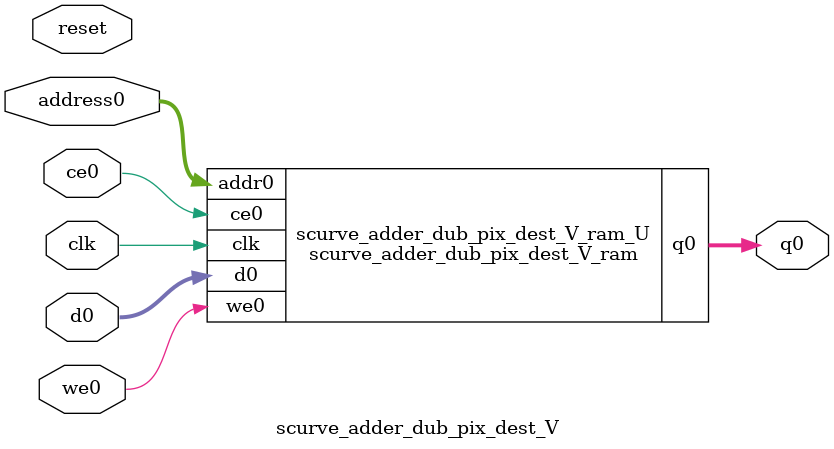
<source format=v>

`timescale 1 ns / 1 ps
module scurve_adder_dub_pix_dest_V_ram (addr0, ce0, d0, we0, q0,  clk);

parameter DWIDTH = 6;
parameter AWIDTH = 3;
parameter MEM_SIZE = 8;

input[AWIDTH-1:0] addr0;
input ce0;
input[DWIDTH-1:0] d0;
input we0;
output reg[DWIDTH-1:0] q0;
input clk;

(* ram_style = "distributed" *)reg [DWIDTH-1:0] ram[MEM_SIZE-1:0];




always @(posedge clk)  
begin 
    if (ce0) 
    begin
        if (we0) 
        begin 
            ram[addr0] <= d0; 
            q0 <= d0;
        end 
        else 
            q0 <= ram[addr0];
    end
end


endmodule


`timescale 1 ns / 1 ps
module scurve_adder_dub_pix_dest_V(
    reset,
    clk,
    address0,
    ce0,
    we0,
    d0,
    q0);

parameter DataWidth = 32'd6;
parameter AddressRange = 32'd8;
parameter AddressWidth = 32'd3;
input reset;
input clk;
input[AddressWidth - 1:0] address0;
input ce0;
input we0;
input[DataWidth - 1:0] d0;
output[DataWidth - 1:0] q0;



scurve_adder_dub_pix_dest_V_ram scurve_adder_dub_pix_dest_V_ram_U(
    .clk( clk ),
    .addr0( address0 ),
    .ce0( ce0 ),
    .d0( d0 ),
    .we0( we0 ),
    .q0( q0 ));

endmodule


</source>
